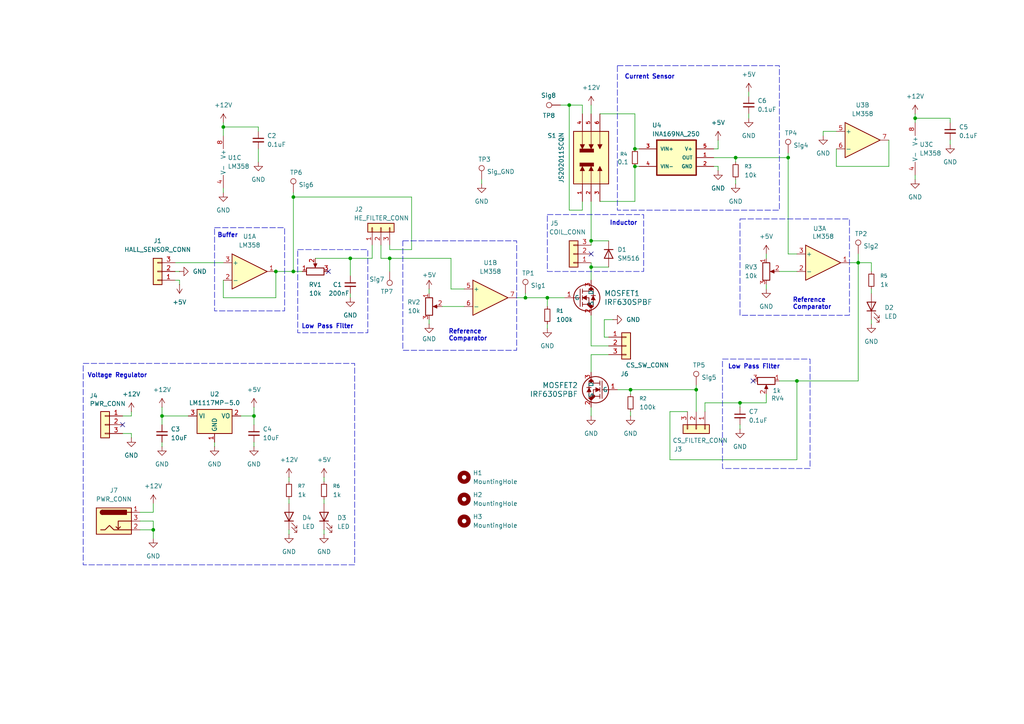
<source format=kicad_sch>
(kicad_sch (version 20250114) (generator "eeschema") (generator_version "9.0")
  (paper "A4")
  (title_block (title "Levitation Analog") (date "2025-10-02") (rev "1.0") (company "ENGREDU"))
  (rectangle (start 158.75 62.23) (end 186.69 78.74) (stroke (width 0) (type dash)))
  (rectangle (start 209.55 104.14) (end 234.95 135.89) (stroke (width 0) (type dash)))
  (rectangle (start 214.63 63.5) (end 246.38 91.44) (stroke (width 0) (type dash)))
  (rectangle (start 86.36 72.39) (end 106.68 96.52) (stroke (width 0) (type dash)))
  (rectangle (start 62.23 66.04) (end 82.55 90.17) (stroke (width 0) (type dash)))
  (rectangle (start 116.84 69.85) (end 149.86 101.6) (stroke (width 0) (type dash)))
  (rectangle (start 179.07 19.05) (end 226.06 60.96) (stroke (width 0) (type dash)))
  (rectangle (start 24.13 105.41) (end 102.87 163.83) (stroke (width 0) (type dash)))
  (text "Reference\nComparator" (at 130.048 97.282 0) (effects (font (size 1.27 1.27) (thickness 0.254) (bold yes)) (justify left)))
  (text "Reference\nComparator" (at 229.87 88.138 0) (effects (font (size 1.27 1.27) (thickness 0.254) (bold yes)) (justify left)))
  (text "Low Pass Filter" (at 218.694 106.426 0) (effects (font (size 1.27 1.27) (thickness 0.254) (bold yes))))
  (text "Current Sensor" (at 181.102 22.352 0) (effects (font (size 1.27 1.27) (thickness 0.254) (bold yes)) (justify left)))
  (text "Inductor" (at 176.784 64.77 0) (effects (font (size 1.27 1.27) (thickness 0.254) (bold yes)) (justify left)))
  (text "Buffer" (at 66.04 68.326 0) (effects (font (size 1.27 1.27) (thickness 0.254) (bold yes))))
  (text "Voltage Regulator" (at 34.036 108.966 0) (effects (font (size 1.27 1.27) (thickness 0.254) (bold yes))))
  (text "Low Pass Filter" (at 94.996 94.742 0) (effects (font (size 1.27 1.27) (thickness 0.254) (bold yes))))
  (junction (at 248.92 76.2))
  (junction (at 184.15 48.26))
  (junction (at 152.4 86.36))
  (junction (at 231.14 110.49))
  (junction (at 214.63 116.84))
  (junction (at 64.77 36.83))
  (junction (at 85.09 57.15))
  (junction (at 171.45 77.47))
  (junction (at 158.75 86.36))
  (junction (at 201.93 113.03))
  (junction (at 80.01 78.74))
  (junction (at 182.88 113.03))
  (junction (at 73.66 120.65))
  (junction (at 184.15 43.18))
  (junction (at 85.09 78.74))
  (junction (at 165.1 30.48))
  (junction (at 46.99 120.65))
  (junction (at 228.6 45.72))
  (junction (at 213.36 45.72))
  (junction (at 101.6 74.93))
  (junction (at 171.45 69.85))
  (junction (at 113.03 74.93))
  (junction (at 265.43 34.29))
  (junction (at 44.45 153.67))
  (no_connect (at 171.45 73.66))
  (no_connect (at 218.44 110.49))
  (no_connect (at 95.25 78.74))
  (no_connect (at 35.56 123.19))
  (wire (pts (xy 44.45 146.05) (xy 44.45 148.59)))
  (wire (pts (xy 91.44 74.93) (xy 101.6 74.93)))
  (wire (pts (xy 83.82 144.78) (xy 83.82 146.05)))
  (wire (pts (xy 175.26 92.71) (xy 175.26 97.79)))
  (wire (pts (xy 44.45 156.21) (xy 44.45 153.67)))
  (wire (pts (xy 242.57 48.26) (xy 257.81 48.26)))
  (wire (pts (xy 168.91 33.02) (xy 168.91 30.48)))
  (wire (pts (xy 171.45 77.47) (xy 171.45 81.28)))
  (wire (pts (xy 222.25 82.55) (xy 222.25 83.82)))
  (wire (pts (xy 113.03 71.12) (xy 113.03 72.39)))
  (wire (pts (xy 171.45 102.87) (xy 171.45 107.95)))
  (wire (pts (xy 83.82 138.43) (xy 83.82 139.7)))
  (wire (pts (xy 134.62 83.82) (xy 130.81 83.82)))
  (wire (pts (xy 252.73 78.74) (xy 252.73 76.2)))
  (wire (pts (xy 119.38 57.15) (xy 85.09 57.15)))
  (wire (pts (xy 171.45 100.33) (xy 176.53 100.33)))
  (wire (pts (xy 265.43 34.29) (xy 265.43 35.56)))
  (wire (pts (xy 40.64 151.13) (xy 44.45 151.13)))
  (wire (pts (xy 107.95 74.93) (xy 101.6 74.93)))
  (wire (pts (xy 113.03 74.93) (xy 113.03 78.74)))
  (wire (pts (xy 158.75 93.98) (xy 158.75 95.25)))
  (wire (pts (xy 182.88 114.3) (xy 182.88 113.03)))
  (wire (pts (xy 74.93 38.1) (xy 74.93 36.83)))
  (wire (pts (xy 74.93 43.18) (xy 74.93 46.99)))
  (wire (pts (xy 64.77 81.28) (xy 64.77 86.36)))
  (wire (pts (xy 50.8 76.2) (xy 64.77 76.2)))
  (wire (pts (xy 130.81 83.82) (xy 130.81 74.93)))
  (wire (pts (xy 201.93 119.38) (xy 201.93 113.03)))
  (wire (pts (xy 38.1 120.65) (xy 38.1 119.38)))
  (wire (pts (xy 163.83 86.36) (xy 158.75 86.36)))
  (wire (pts (xy 171.45 118.11) (xy 171.45 120.65)))
  (wire (pts (xy 184.15 58.42) (xy 184.15 48.26)))
  (wire (pts (xy 222.25 73.66) (xy 222.25 74.93)))
  (wire (pts (xy 179.07 113.03) (xy 182.88 113.03)))
  (wire (pts (xy 73.66 128.27) (xy 73.66 129.54)))
  (wire (pts (xy 201.93 111.76) (xy 201.93 113.03)))
  (wire (pts (xy 168.91 30.48) (xy 165.1 30.48)))
  (wire (pts (xy 85.09 55.88) (xy 85.09 57.15)))
  (wire (pts (xy 52.07 82.55) (xy 52.07 81.28)))
  (wire (pts (xy 228.6 45.72) (xy 228.6 73.66)))
  (wire (pts (xy 158.75 86.36) (xy 158.75 88.9)))
  (wire (pts (xy 74.93 36.83) (xy 64.77 36.83)))
  (wire (pts (xy 213.36 45.72) (xy 213.36 46.99)))
  (wire (pts (xy 217.17 33.02) (xy 217.17 34.29)))
  (wire (pts (xy 214.63 118.11) (xy 214.63 116.84)))
  (wire (pts (xy 252.73 92.71) (xy 252.73 93.98)))
  (wire (pts (xy 44.45 153.67) (xy 40.64 153.67)))
  (wire (pts (xy 52.07 81.28) (xy 50.8 81.28)))
  (wire (pts (xy 110.49 74.93) (xy 110.49 71.12)))
  (wire (pts (xy 208.28 48.26) (xy 207.01 48.26)))
  (wire (pts (xy 246.38 76.2) (xy 248.92 76.2)))
  (wire (pts (xy 38.1 127) (xy 38.1 125.73)))
  (wire (pts (xy 54.61 120.65) (xy 46.99 120.65)))
  (wire (pts (xy 257.81 48.26) (xy 257.81 40.64)))
  (wire (pts (xy 152.4 85.09) (xy 152.4 86.36)))
  (wire (pts (xy 64.77 35.56) (xy 64.77 36.83)))
  (wire (pts (xy 165.1 60.96) (xy 168.91 60.96)))
  (wire (pts (xy 177.8 92.71) (xy 175.26 92.71)))
  (wire (pts (xy 204.47 116.84) (xy 214.63 116.84)))
  (wire (pts (xy 184.15 48.26) (xy 185.42 48.26)))
  (wire (pts (xy 113.03 74.93) (xy 110.49 74.93)))
  (wire (pts (xy 83.82 153.67) (xy 83.82 154.94)))
  (wire (pts (xy 208.28 40.64) (xy 208.28 43.18)))
  (wire (pts (xy 124.46 92.71) (xy 124.46 93.98)))
  (wire (pts (xy 176.53 102.87) (xy 171.45 102.87)))
  (wire (pts (xy 64.77 36.83) (xy 64.77 39.37)))
  (wire (pts (xy 44.45 151.13) (xy 44.45 153.67)))
  (wire (pts (xy 50.8 78.74) (xy 52.07 78.74)))
  (wire (pts (xy 35.56 120.65) (xy 38.1 120.65)))
  (wire (pts (xy 113.03 72.39) (xy 119.38 72.39)))
  (wire (pts (xy 101.6 85.09) (xy 101.6 86.36)))
  (wire (pts (xy 46.99 128.27) (xy 46.99 129.54)))
  (wire (pts (xy 139.7 52.07) (xy 139.7 53.34)))
  (wire (pts (xy 231.14 133.35) (xy 231.14 110.49)))
  (wire (pts (xy 238.76 38.1) (xy 238.76 39.37)))
  (wire (pts (xy 226.06 110.49) (xy 231.14 110.49)))
  (wire (pts (xy 128.27 88.9) (xy 134.62 88.9)))
  (wire (pts (xy 38.1 125.73) (xy 35.56 125.73)))
  (wire (pts (xy 149.86 86.36) (xy 152.4 86.36)))
  (wire (pts (xy 275.59 35.56) (xy 275.59 34.29)))
  (wire (pts (xy 171.45 69.85) (xy 171.45 71.12)))
  (wire (pts (xy 44.45 148.59) (xy 40.64 148.59)))
  (wire (pts (xy 64.77 54.61) (xy 64.77 55.88)))
  (wire (pts (xy 62.23 128.27) (xy 62.23 129.54)))
  (wire (pts (xy 275.59 40.64) (xy 275.59 41.91)))
  (wire (pts (xy 171.45 58.42) (xy 171.45 69.85)))
  (wire (pts (xy 217.17 26.67) (xy 217.17 27.94)))
  (wire (pts (xy 130.81 74.93) (xy 113.03 74.93)))
  (wire (pts (xy 165.1 30.48) (xy 165.1 60.96)))
  (wire (pts (xy 265.43 33.02) (xy 265.43 34.29)))
  (wire (pts (xy 176.53 77.47) (xy 171.45 77.47)))
  (wire (pts (xy 242.57 43.18) (xy 242.57 48.26)))
  (wire (pts (xy 242.57 38.1) (xy 238.76 38.1)))
  (wire (pts (xy 214.63 123.19) (xy 214.63 124.46)))
  (wire (pts (xy 175.26 97.79) (xy 176.53 97.79)))
  (wire (pts (xy 73.66 123.19) (xy 73.66 120.65)))
  (wire (pts (xy 275.59 34.29) (xy 265.43 34.29)))
  (wire (pts (xy 208.28 43.18) (xy 207.01 43.18)))
  (wire (pts (xy 46.99 120.65) (xy 46.99 123.19)))
  (wire (pts (xy 208.28 49.53) (xy 208.28 48.26)))
  (wire (pts (xy 214.63 116.84) (xy 222.25 116.84)))
  (wire (pts (xy 265.43 50.8) (xy 265.43 52.07)))
  (wire (pts (xy 201.93 113.03) (xy 182.88 113.03)))
  (wire (pts (xy 184.15 33.02) (xy 184.15 43.18)))
  (wire (pts (xy 171.45 91.44) (xy 171.45 100.33)))
  (wire (pts (xy 93.98 138.43) (xy 93.98 139.7)))
  (wire (pts (xy 80.01 78.74) (xy 85.09 78.74)))
  (wire (pts (xy 107.95 71.12) (xy 107.95 74.93)))
  (wire (pts (xy 173.99 33.02) (xy 184.15 33.02)))
  (wire (pts (xy 207.01 45.72) (xy 213.36 45.72)))
  (wire (pts (xy 228.6 73.66) (xy 231.14 73.66)))
  (wire (pts (xy 226.06 78.74) (xy 231.14 78.74)))
  (wire (pts (xy 213.36 52.07) (xy 213.36 53.34)))
  (wire (pts (xy 248.92 110.49) (xy 248.92 76.2)))
  (wire (pts (xy 85.09 78.74) (xy 87.63 78.74)))
  (wire (pts (xy 248.92 73.66) (xy 248.92 76.2)))
  (wire (pts (xy 124.46 83.82) (xy 124.46 85.09)))
  (wire (pts (xy 119.38 72.39) (xy 119.38 57.15)))
  (wire (pts (xy 222.25 116.84) (xy 222.25 114.3)))
  (wire (pts (xy 171.45 76.2) (xy 171.45 77.47)))
  (wire (pts (xy 194.31 133.35) (xy 231.14 133.35)))
  (wire (pts (xy 80.01 86.36) (xy 80.01 78.74)))
  (wire (pts (xy 93.98 144.78) (xy 93.98 146.05)))
  (wire (pts (xy 171.45 30.48) (xy 171.45 33.02)))
  (wire (pts (xy 204.47 119.38) (xy 204.47 116.84)))
  (wire (pts (xy 93.98 153.67) (xy 93.98 154.94)))
  (wire (pts (xy 213.36 45.72) (xy 228.6 45.72)))
  (wire (pts (xy 199.39 119.38) (xy 194.31 119.38)))
  (wire (pts (xy 173.99 58.42) (xy 184.15 58.42)))
  (wire (pts (xy 69.85 120.65) (xy 73.66 120.65)))
  (wire (pts (xy 228.6 44.45) (xy 228.6 45.72)))
  (wire (pts (xy 64.77 86.36) (xy 80.01 86.36)))
  (wire (pts (xy 152.4 86.36) (xy 158.75 86.36)))
  (wire (pts (xy 231.14 110.49) (xy 248.92 110.49)))
  (wire (pts (xy 46.99 118.11) (xy 46.99 120.65)))
  (wire (pts (xy 168.91 60.96) (xy 168.91 58.42)))
  (wire (pts (xy 162.56 30.48) (xy 165.1 30.48)))
  (wire (pts (xy 85.09 57.15) (xy 85.09 78.74)))
  (wire (pts (xy 248.92 76.2) (xy 252.73 76.2)))
  (wire (pts (xy 252.73 83.82) (xy 252.73 85.09)))
  (wire (pts (xy 182.88 120.65) (xy 182.88 119.38)))
  (wire (pts (xy 101.6 74.93) (xy 101.6 80.01)))
  (wire (pts (xy 73.66 118.11) (xy 73.66 120.65)))
  (wire (pts (xy 176.53 69.85) (xy 171.45 69.85)))
  (wire (pts (xy 194.31 119.38) (xy 194.31 133.35)))
  (wire (pts (xy 184.15 43.18) (xy 185.42 43.18)))
  (symbol (lib_id "power:+5V") (at 52.07 82.55 180) (unit 1)
    (property "Reference" "#PWR02" (effects (hide yes)))
    (property "Value" "+5V" (at 52.07 87.63 0))
    (property "Description" "Power symbol creates a global label with name \"+5V\"" (effects (hide yes)))
  )
  (symbol (lib_id "power:+5V") (at 208.28 40.64 0) (unit 1)
    (property "Reference" "#PWR025" (effects (hide yes)))
    (property "Value" "+5V" (at 208.28 35.56 0))
    (property "Description" "Power symbol creates a global label with name \"+5V\"" (effects (hide yes)))
  )
  (symbol (lib_id "power:GND") (at 64.77 55.88 0) (unit 1)
    (property "Reference" "#PWR04" (effects (hide yes)))
    (property "Value" "GND" (at 64.77 60.96 0))
    (property "Description" "Power symbol creates a global label with name \"GND\" , ground" (effects (hide yes)))
  )
  (symbol (lib_id "Diode:SM516") (at 176.53 73.66 270) (unit 1)
    (property "Reference" "D1" (at 179.07 72.3899 90) (effects (justify left)))
    (property "Value" "SM516" (at 179.07 74.9299 90) (effects (justify left)))
    (property "Footprint" "Diode_SMD:D_MELF" (effects (hide yes)))
    (property "Datasheet" "http://cdn-reichelt.de/documents/datenblatt/A400/SMD1N400%23DIO.pdf" (effects (hide yes)))
    (property "Description" "1600V 1A General Purpose Rectifier Diode, MELF" (effects (hide yes)))
    (property "Sim.Device" "D" (effects (hide yes)))
    (property "Sim.Pins" "1=K 2=A" (effects (hide yes)))
    (property "Mouser" "https://www.mouser.com/ProductDetail/Diotec-Semiconductor/SM516?qs=OlC7AqGiEDktmlkAilN23g%3D%3D&srsltid=AfmBOoqFq8ylRWMeX4ZYWHL9pRfWgW220dlUYVmvKXLsbLZpExMv0cs9" (effects (hide yes)))
    (property "Mfr. #" "SM516" (effects (hide yes)))
    (property "Unit Price" "0.36" (effects (hide yes)))
  )
  (symbol (lib_id "Connector:TestPoint") (at 228.6 44.45 0) (unit 1)
    (property "Reference" "TP4" (at 227.584 38.608 0) (effects (justify left)))
    (property "Value" "Sig4" (at 230.124 42.164 0) (effects (justify left)))
    (property "Footprint" "TestPoint:TestPoint_Loop_D2.50mm_Drill1.0mm" (effects (hide yes)))
    (property "Description" "test point" (effects (hide yes)))
  )
  (symbol (lib_id "Connector_Generic:Conn_01x03") (at 181.61 100.33 0) (unit 1)
    (property "Reference" "J6" (at 182.372 108.458 0) (effects (justify right)))
    (property "Value" "CS_SW_CONN" (at 194.056 105.918 0) (effects (justify right)))
    (property "Footprint" "Connector_PinHeader_2.54mm:PinHeader_1x03_P2.54mm_Vertical" (effects (hide yes)))
    (property "Description" "Generic connector, single row, 01x03, script generated (kicad-library-utils/schlib/autogen/connector/)" (effects (hide yes)))
  )
  (symbol (lib_id "Device:R_Small") (at 93.98 142.24 0) (unit 1)
    (property "Reference" "R6" (at 96.52 140.9699 0) (effects (font (size 1.016 1.016)) (justify left)))
    (property "Value" "1k" (at 96.52 143.5099 0) (effects (justify left)))
    (property "Footprint" "Resistor_SMD:R_1206_3216Metric_Pad1.30x1.75mm_HandSolder" (effects (hide yes)))
    (property "Description" "Resistor, small symbol" (effects (hide yes)))
    (property "Mouser" "https://www.mouser.com/ProductDetail/KOA-Speer/RK73H2BLTD1001F?qs=8ZcjvhjSBwY53jBBq9bFBQ%3D%3D" (effects (hide yes)))
    (property "Mfr. #" "RK73H2BLTD1001F " (effects (hide yes)))
    (property "Unit Price" "0.15" (effects (hide yes)))
  )
  (symbol (lib_id "Connector_Generic:Conn_01x03") (at 201.93 124.46 270) (unit 1)
    (property "Reference" "J3" (at 197.866 130.302 90) (effects (justify right)))
    (property "Value" "CS_FILTER_CONN" (at 211.074 127.762 90) (effects (justify right)))
    (property "Footprint" "Connector_PinHeader_2.54mm:PinHeader_1x03_P2.54mm_Vertical" (effects (hide yes)))
    (property "Description" "Generic connector, single row, 01x03, script generated (kicad-library-utils/schlib/autogen/connector/)" (effects (hide yes)))
  )
  (symbol (lib_id "power:GND") (at 265.43 52.07 0) (unit 1)
    (property "Reference" "#PWR022" (effects (hide yes)))
    (property "Value" "GND" (at 265.43 57.15 0))
    (property "Description" "Power symbol creates a global label with name \"GND\" , ground" (effects (hide yes)))
  )
  (symbol (lib_id "Amplifier_Operational:LM358") (at 267.97 43.18 0) (unit 3)
    (property "Reference" "U3" (at 266.7 41.9099 0) (effects (justify left)))
    (property "Value" "LM358" (at 266.7 44.4499 0) (effects (justify left)))
    (property "Footprint" "Package_SO:SOP-8_3.76x4.96mm_P1.27mm" (effects (hide yes)))
    (property "Datasheet" "http://www.ti.com/lit/ds/symlink/lm2904-n.pdf" (effects (hide yes)))
    (property "Description" "Low-Power, Dual Operational Amplifiers, DIP-8/SOIC-8/TO-99-8" (effects (hide yes)))
    (property "Mouser" "https://www.mouser.com/ProductDetail/ROHM-Semiconductor/LM358F-GE2?qs=4v%252BiZTmLVHGkumLF8qeRww%3D%3D" (effects (hide yes)))
    (property "Mfr. #" "LM358F-GE2 " (effects (hide yes)))
    (property "Unit Price" "0.52" (effects (hide yes)))
  )
  (symbol (lib_id "Device:R_Small") (at 83.82 142.24 0) (unit 1)
    (property "Reference" "R7" (at 86.36 140.9699 0) (effects (font (size 1.016 1.016)) (justify left)))
    (property "Value" "1k" (at 86.36 143.5099 0) (effects (justify left)))
    (property "Footprint" "Resistor_SMD:R_1206_3216Metric_Pad1.30x1.75mm_HandSolder" (effects (hide yes)))
    (property "Description" "Resistor, small symbol" (effects (hide yes)))
    (property "Mouser" "https://www.mouser.com/ProductDetail/KOA-Speer/RK73H2BLTD1001F?qs=8ZcjvhjSBwY53jBBq9bFBQ%3D%3D" (effects (hide yes)))
    (property "Mfr. #" "RK73H2BLTD1001F " (effects (hide yes)))
    (property "Unit Price" "0.15" (effects (hide yes)))
  )
  (symbol (lib_id "power:GND") (at 252.73 93.98 0) (unit 1)
    (property "Reference" "#PWR029" (effects (hide yes)))
    (property "Value" "GND" (at 252.73 99.06 0))
    (property "Description" "Power symbol creates a global label with name \"GND\" , ground" (effects (hide yes)))
  )
  (symbol (lib_id "Device:R_Small") (at 213.36 49.53 0) (unit 1)
    (property "Reference" "R3" (at 215.9 48.2599 0) (effects (font (size 1.016 1.016)) (justify left)))
    (property "Value" "10k" (at 215.9 50.7999 0) (effects (justify left)))
    (property "Footprint" "Resistor_SMD:R_1206_3216Metric_Pad1.30x1.75mm_HandSolder" (effects (hide yes)))
    (property "Description" "Resistor, small symbol" (effects (hide yes)))
    (property "Mouser" "https://www.mouser.com/ProductDetail/ROHM-Semiconductor/SFR18EZPJ103?qs=Y0Uzf4wQF3kfcsPS1czjig%3D%3D" (effects (hide yes)))
    (property "Mfr. #" "SFR18EZPJ103 " (effects (hide yes)))
    (property "Unit Price" "0.19" (effects (hide yes)))
  )
  (symbol (lib_id "power:GND") (at 208.28 49.53 0) (unit 1)
    (property "Reference" "#PWR024" (effects (hide yes)))
    (property "Value" "GND" (at 208.28 54.61 0))
    (property "Description" "Power symbol creates a global label with name \"GND\" , ground" (effects (hide yes)))
  )
  (symbol (lib_id "power:+12V") (at 38.1 119.38 0) (unit 1)
    (property "Reference" "#PWR014" (effects (hide yes)))
    (property "Value" "+12V" (at 38.1 114.3 0))
    (property "Description" "Power symbol creates a global label with name \"+12V\"" (effects (hide yes)))
  )
  (symbol (lib_id "Device:LED") (at 93.98 149.86 90) (unit 1)
    (property "Reference" "D3" (at 97.79 150.1774 90) (effects (justify right)))
    (property "Value" "LED" (at 97.79 152.7174 90) (effects (justify right)))
    (property "Footprint" "LED_SMD:LED_1206_3216Metric" (effects (hide yes)))
    (property "Description" "Light emitting diode" (effects (hide yes)))
    (property "Sim.Pins" "1=K 2=A" (effects (hide yes)))
    (property "Mouser" "https://www.mouser.com/ProductDetail/Broadcom-Avago/HSMG-C150?qs=sGAEpiMZZMv0DJfhVcWlK1Ppw73HhFT6qzy7zjNpxjSa%252BSODGbmbUw%3D%3D" (effects (hide yes)))
    (property "Mfr. #" "HSMG-C150 " (effects (hide yes)))
    (property "Unit Price" "0.44" (effects (hide yes)))
  )
  (symbol (lib_id "Amplifier_Operational:LM358") (at 72.39 78.74 0) (unit 1)
    (property "Reference" "U1" (at 72.39 68.58 0))
    (property "Value" "LM358" (at 72.39 71.12 0))
    (property "Footprint" "Package_SO:SOP-8_3.76x4.96mm_P1.27mm" (effects (hide yes)))
    (property "Datasheet" "http://www.ti.com/lit/ds/symlink/lm2904-n.pdf" (effects (hide yes)))
    (property "Description" "Low-Power, Dual Operational Amplifiers, DIP-8/SOIC-8/TO-99-8" (effects (hide yes)))
    (property "Mouser" "https://www.mouser.com/ProductDetail/ROHM-Semiconductor/LM358F-GE2?qs=4v%252BiZTmLVHGkumLF8qeRww%3D%3D" (effects (hide yes)))
    (property "Mfr. #" "LM358F-GE2 " (effects (hide yes)))
    (property "Unit Price" "0.52" (effects (hide yes)))
  )
  (symbol (lib_id "power:GND") (at 73.66 129.54 0) (unit 1)
    (property "Reference" "#PWR09" (effects (hide yes)))
    (property "Value" "GND" (at 73.66 134.62 0))
    (property "Description" "Power symbol creates a global label with name \"GND\" , ground" (effects (hide yes)))
  )
  (symbol (lib_id "Connector:TestPoint") (at 113.03 78.74 180) (unit 1)
    (property "Reference" "TP7" (at 114.046 84.582 0) (effects (justify left)))
    (property "Value" "Sig7" (at 111.506 81.026 0) (effects (justify left)))
    (property "Footprint" "TestPoint:TestPoint_Loop_D2.50mm_Drill1.0mm" (effects (hide yes)))
    (property "Description" "test point" (effects (hide yes)))
  )
  (symbol (lib_id "Device:C_Small") (at 275.59 38.1 0) (unit 1)
    (property "Reference" "C5" (at 278.13 36.8362 0) (effects (justify left)))
    (property "Value" "0.1uF" (at 278.13 39.3762 0) (effects (justify left)))
    (property "Footprint" "Capacitor_SMD:C_1206_3216Metric_Pad1.33x1.80mm_HandSolder" (effects (hide yes)))
    (property "Description" "Unpolarized capacitor, small symbol" (effects (hide yes)))
    (property "Mouser" "https://www.mouser.com/ProductDetail/KYOCERA-AVX/KAM31NR72A104KU?qs=Jm2GQyTW%2Fbhkt9z61uRzlA%3D%3D" (effects (hide yes)))
    (property "Mfr. #" "KAM31NR72A104KU" (effects (hide yes)))
    (property "Unit Price" "0.31" (effects (hide yes)))
  )
  (symbol (lib_id "Connector_Generic:Conn_01x03") (at 166.37 73.66 180) (unit 1)
    (property "Reference" "J5" (at 160.782 64.77 0))
    (property "Value" "COIL_CONN" (at 164.592 67.31 0))
    (property "Footprint" "Connector_JST:JST_XA_B03B-XASK-1_1x03_P2.50mm_Vertical" (effects (hide yes)))
    (property "Description" "Generic connector, single row, 01x03, script generated (kicad-library-utils/schlib/autogen/connector/)" (effects (hide yes)))
  )
  (symbol (lib_id "power:GND") (at 101.6 86.36 0) (unit 1)
    (property "Reference" "#PWR03" (effects (hide yes)))
    (property "Value" "GND" (at 101.6 91.44 0))
    (property "Description" "Power symbol creates a global label with name \"GND\" , ground" (effects (hide yes)))
  )
  (symbol (lib_id "power:GND") (at 214.63 124.46 0) (unit 1)
    (property "Reference" "#PWR031" (effects (hide yes)))
    (property "Value" "GND" (at 214.63 129.54 0))
    (property "Description" "Power symbol creates a global label with name \"GND\" , ground" (effects (hide yes)))
  )
  (symbol (lib_id "Connector:TestPoint") (at 152.4 85.09 0) (unit 1)
    (property "Reference" "TP1" (at 151.384 79.248 0) (effects (justify left)))
    (property "Value" "Sig1" (at 153.924 82.804 0) (effects (justify left)))
    (property "Footprint" "TestPoint:TestPoint_Loop_D2.50mm_Drill1.0mm" (effects (hide yes)))
    (property "Description" "test point" (effects (hide yes)))
  )
  (symbol (lib_id "power:GND") (at 38.1 127 0) (unit 1)
    (property "Reference" "#PWR015" (effects (hide yes)))
    (property "Value" "GND" (at 38.1 132.08 0))
    (property "Description" "Power symbol creates a global label with name \"GND\" , ground" (effects (hide yes)))
  )
  (symbol (lib_id "power:GND") (at 238.76 39.37 0) (unit 1)
    (property "Reference" "#PWR033" (effects (hide yes)))
    (property "Value" "GND" (at 238.76 44.45 0))
    (property "Description" "Power symbol creates a global label with name \"GND\" , ground" (effects (hide yes)))
  )
  (symbol (lib_id "power:GND") (at 93.98 154.94 0) (unit 1)
    (property "Reference" "#PWR036" (effects (hide yes)))
    (property "Value" "GND" (at 93.98 160.02 0))
    (property "Description" "Power symbol creates a global label with name \"GND\" , ground" (effects (hide yes)))
  )
  (symbol (lib_id "power:+12V") (at 46.99 118.11 0) (unit 1)
    (property "Reference" "#PWR013" (effects (hide yes)))
    (property "Value" "+12V" (at 46.99 113.03 0))
    (property "Description" "Power symbol creates a global label with name \"+12V\"" (effects (hide yes)))
  )
  (symbol (lib_id "Device:LED") (at 252.73 88.9 90) (unit 1)
    (property "Reference" "D2" (at 256.54 89.2174 90) (effects (justify right)))
    (property "Value" "LED" (at 256.54 91.7574 90) (effects (justify right)))
    (property "Footprint" "LED_SMD:LED_1206_3216Metric" (effects (hide yes)))
    (property "Description" "Light emitting diode" (effects (hide yes)))
    (property "Sim.Pins" "1=K 2=A" (effects (hide yes)))
    (property "Mouser" "https://www.mouser.com/ProductDetail/Broadcom-Avago/HSMG-C150?qs=sGAEpiMZZMv0DJfhVcWlK1Ppw73HhFT6qzy7zjNpxjSa%252BSODGbmbUw%3D%3D" (effects (hide yes)))
    (property "Mfr. #" "HSMG-C150 " (effects (hide yes)))
    (property "Unit Price" "0.44" (effects (hide yes)))
  )
  (symbol (lib_id "power:+5V") (at 222.25 73.66 0) (unit 1)
    (property "Reference" "#PWR020" (effects (hide yes)))
    (property "Value" "+5V" (at 222.25 68.58 0))
    (property "Description" "Power symbol creates a global label with name \"+5V\"" (effects (hide yes)))
  )
  (symbol (lib_id "JS202011SCQN:JS202011SCQN") (at 171.45 45.72 90) (unit 1)
    (property "Reference" "S1" (at 158.75 39.37 90) (effects (justify right)))
    (property "Value" "JS202011SCQN" (at 162.814 38.354 0) (effects (justify right)))
    (property "Footprint" "JS202011SCQN_Button:SW_JS202011SCQN" (effects (hide yes)))
    (property "MF" "C&K" (effects (hide yes)))
    (property "MAXIMUM_PACKAGE_HEIGHT" "5.5 mm" (effects (hide yes)))
    (property "Package" "None" (effects (hide yes)))
    (property "Price" "None" (effects (hide yes)))
    (property "Check_prices" "https://www.snapeda.com/parts/JS202011SCQN/C%2526K/view-part/?ref=eda" (effects (hide yes)))
    (property "STANDARD" "Manufacturer Recommendations" (effects (hide yes)))
    (property "PARTREV" "26 May 22" (effects (hide yes)))
    (property "SnapEDA_Link" "https://www.snapeda.com/parts/JS202011SCQN/C%2526K/view-part/?ref=snap" (effects (hide yes)))
    (property "MP" "JS202011SCQN" (effects (hide yes)))
    (property "Description_1" "Slide Switch DPDT Surface Mount" (effects (hide yes)))
    (property "MANUFACTURER" "C&K" (effects (hide yes)))
    (property "Availability" "In Stock" (effects (hide yes)))
    (property "SNAPEDA_PN" "JS202011SCQN" (effects (hide yes)))
    (property "Mouser" "https://www.mouser.com/ProductDetail/CK/JS202011SCQN?qs=LgMIjt8LuD95JYWxZ7NvZA%3D%3D&utm_id=22850093888&utm_source=google&utm_medium=cpc&utm_marketing_tactic=amercorp&gad_source=1&gad_campaignid=22844224443&gbraid=0AAAAADn_wf0Lfgn00ZM3aAIBQzC8t-ob7&gclid=CjwKCAjwxfjGBhAUEiwAKWPwDpqgQOT-Z8hDRaiP7skcWZmkwXa8dMnRo6f21E-qUI370_gkQjs6ChoCTa8QAvD_BwE" (effects (hide yes)))
    (property "Mfr. #" "JS202011SCQN " (effects (hide yes)))
    (property "Unit Price" "0.77" (effects (hide yes)))
  )
  (symbol (lib_id "Device:C_Small") (at 101.6 82.55 0) (unit 1)
    (property "Reference" "C1" (at 96.52 82.55 0) (effects (justify left)))
    (property "Value" "200nF" (at 95.25 85.09 0) (effects (justify left)))
    (property "Footprint" "Capacitor_SMD:C_1206_3216Metric_Pad1.33x1.80mm_HandSolder" (effects (hide yes)))
    (property "Description" "Unpolarized capacitor, small symbol" (effects (hide yes)))
    (property "Mouser" "https://www.mouser.com/ProductDetail/KYOCERA-AVX/12065C204KAT4A?qs=92ej8Jla8sxbAFlPzYsMxw%3D%3D" (effects (hide yes)))
    (property "Mfr. #" "12065C204KAT4A " (effects (hide yes)))
    (property "Unit Price" "0.38" (effects (hide yes)))
  )
  (symbol (lib_id "Device:C_Small") (at 217.17 30.48 0) (unit 1)
    (property "Reference" "C6" (at 219.71 29.2162 0) (effects (justify left)))
    (property "Value" "0.1uF" (at 219.71 31.7562 0) (effects (justify left)))
    (property "Footprint" "Capacitor_SMD:C_1206_3216Metric_Pad1.33x1.80mm_HandSolder" (effects (hide yes)))
    (property "Description" "Unpolarized capacitor, small symbol" (effects (hide yes)))
    (property "Mouser" "https://www.mouser.com/ProductDetail/KYOCERA-AVX/KAM31NR72A104KU?qs=Jm2GQyTW%2Fbhkt9z61uRzlA%3D%3D" (effects (hide yes)))
    (property "Mfr. #" "KAM31NR72A104KU" (effects (hide yes)))
    (property "Unit Price" "0.31" (effects (hide yes)))
  )
  (symbol (lib_id "IRF630:IRF630SPBF") (at 163.83 86.36 0) (unit 1)
    (property "Reference" "MOSFET1" (at 175.26 85.0899 0) (effects (font (size 1.524 1.524)) (justify left)))
    (property "Value" "IRF630SPBF" (at 175.26 87.6299 0) (effects (font (size 1.524 1.524)) (justify left)))
    (property "Footprint" "IRF630:TO-263AB_HIGHVOLTAGE-M" (effects (hide yes)))
    (property "Datasheet" "https://www.vishay.com/doc?91032" (effects (hide yes)))
    (property "Mouser" "https://www.mouser.com/ProductDetail/Vishay-Semiconductors/IRF630SPBF?qs=I1ZA2VTqfvQvK7oorkkRnQ%3D%3D" (effects (hide yes)))
    (property "Mfr. #" "IRF630SPBF" (effects (hide yes)))
    (property "Unit Price" "1.12" (effects (hide yes)))
  )
  (symbol (lib_id "Regulator_Linear:LM1117MP-5.0") (at 62.23 120.65 0) (unit 1)
    (property "Reference" "U2" (at 62.23 114.3 0))
    (property "Value" "LM1117MP-5.0" (at 62.23 116.84 0))
    (property "Footprint" "Package_TO_SOT_SMD:SOT-223-3_TabPin2" (effects (hide yes)))
    (property "Datasheet" "http://www.ti.com/lit/ds/symlink/lm1117.pdf" (effects (hide yes)))
    (property "Description" "800mA Low-Dropout Linear Regulator, 5.0V fixed output, SOT-223" (effects (hide yes)))
    (property "Mouser" "https://www.mouser.com/ProductDetail/onsemi/LM1117MPX-50NOPB?qs=DPoM0jnrROW5saxbk%2FgBxA%3D%3D" (effects (hide yes)))
    (property "Mfr. #" "LM1117MPX-50NOPB " (effects (hide yes)))
    (property "Unit Price" "0.53" (effects (hide yes)))
  )
  (symbol (lib_id "Connector:TestPoint") (at 162.56 30.48 90) (unit 1)
    (property "Reference" "TP8" (at 161.036 33.528 90) (effects (justify left)))
    (property "Value" "Sig8" (at 161.29 27.686 90) (effects (justify left)))
    (property "Footprint" "TestPoint:TestPoint_Loop_D2.50mm_Drill1.0mm" (effects (hide yes)))
    (property "Description" "test point" (effects (hide yes)))
  )
  (symbol (lib_id "Device:R_Potentiometer") (at 124.46 88.9 0) (unit 1)
    (property "Reference" "RV2" (at 121.92 87.6299 0) (effects (justify right)))
    (property "Value" "10k" (at 121.92 90.1699 0) (effects (justify right)))
    (property "Footprint" "Potentiometer_THT:Potentiometer_Alps_RK09K_Single_Vertical" (effects (hide yes)))
    (property "Description" "Potentiometer" (effects (hide yes)))
  )
  (symbol (lib_id "Device:R_Small") (at 252.73 81.28 0) (unit 1)
    (property "Reference" "R5" (at 255.27 80.0099 0) (effects (font (size 1.016 1.016)) (justify left)))
    (property "Value" "1k" (at 255.27 82.5499 0) (effects (justify left)))
    (property "Footprint" "Resistor_SMD:R_1206_3216Metric_Pad1.30x1.75mm_HandSolder" (effects (hide yes)))
    (property "Description" "Resistor, small symbol" (effects (hide yes)))
    (property "Mouser" "https://www.mouser.com/ProductDetail/KOA-Speer/RK73H2BLTD1001F?qs=8ZcjvhjSBwY53jBBq9bFBQ%3D%3D" (effects (hide yes)))
    (property "Mfr. #" "RK73H2BLTD1001F " (effects (hide yes)))
    (property "Unit Price" "0.15" (effects (hide yes)))
  )
  (symbol (lib_id "power:+12V") (at 44.45 146.05 0) (unit 1)
    (property "Reference" "#PWR034" (effects (hide yes)))
    (property "Value" "+12V" (at 44.45 140.97 0))
    (property "Description" "Power symbol creates a global label with name \"+12V\"" (effects (hide yes)))
  )
  (symbol (lib_id "power:+12V") (at 64.77 35.56 0) (unit 1)
    (property "Reference" "#PWR05" (effects (hide yes)))
    (property "Value" "+12V" (at 64.77 30.48 0))
    (property "Description" "Power symbol creates a global label with name \"+12V\"" (effects (hide yes)))
  )
  (symbol (lib_id "power:+12V") (at 83.82 138.43 0) (unit 1)
    (property "Reference" "#PWR038" (effects (hide yes)))
    (property "Value" "+12V" (at 83.82 133.35 0))
    (property "Description" "Power symbol creates a global label with name \"+12V\"" (effects (hide yes)))
  )
  (symbol (lib_id "Mechanical:MountingHole") (at 134.62 151.13 0) (unit 1) (in_bom no)
    (property "Reference" "H3" (at 137.16 149.8599 0) (effects (justify left)))
    (property "Value" "MountingHole" (at 137.16 152.3999 0) (effects (justify left)))
    (property "Footprint" "MountingHole:MountingHole_3.2mm_M3_Pad" (effects (hide yes)))
    (property "Description" "Mounting Hole without connection" (effects (hide yes)))
  )
  (symbol (lib_id "Amplifier_Operational:LM358") (at 238.76 76.2 0) (unit 1)
    (property "Reference" "U3" (at 237.744 66.294 0))
    (property "Value" "LM358" (at 238.76 68.58 0))
    (property "Footprint" "Package_SO:SOP-8_3.76x4.96mm_P1.27mm" (effects (hide yes)))
    (property "Datasheet" "http://www.ti.com/lit/ds/symlink/lm2904-n.pdf" (effects (hide yes)))
    (property "Description" "Low-Power, Dual Operational Amplifiers, DIP-8/SOIC-8/TO-99-8" (effects (hide yes)))
    (property "Mouser" "https://www.mouser.com/ProductDetail/ROHM-Semiconductor/LM358F-GE2?qs=4v%252BiZTmLVHGkumLF8qeRww%3D%3D" (effects (hide yes)))
    (property "Mfr. #" "LM358F-GE2 " (effects (hide yes)))
    (property "Unit Price" "0.52" (effects (hide yes)))
  )
  (symbol (lib_id "Connector:TestPoint") (at 201.93 111.76 0) (unit 1)
    (property "Reference" "TP5" (at 200.914 105.918 0) (effects (justify left)))
    (property "Value" "Sig5" (at 203.454 109.474 0) (effects (justify left)))
    (property "Footprint" "TestPoint:TestPoint_Loop_D2.50mm_Drill1.0mm" (effects (hide yes)))
    (property "Description" "test point" (effects (hide yes)))
  )
  (symbol (lib_id "Device:C_Small") (at 73.66 125.73 0) (unit 1)
    (property "Reference" "C4" (at 76.2 124.4662 0) (effects (justify left)))
    (property "Value" "10uF" (at 76.2 127.0062 0) (effects (justify left)))
    (property "Footprint" "Capacitor_SMD:C_1206_3216Metric_Pad1.33x1.80mm_HandSolder" (effects (hide yes)))
    (property "Description" "Unpolarized capacitor, small symbol" (effects (hide yes)))
    (property "Mouser" "https://www.mouser.com/ProductDetail/Murata-Electronics/GXT31CR6YA106KE01L?qs=d0WKAl%252BL4KaamkgCjfk%252BZw%3D%3D" (effects (hide yes)))
    (property "Mfr. #" "GXT31CR6YA106KE01L" (effects (hide yes)))
    (property "Unit Price" "0.39" (effects (hide yes)))
  )
  (symbol (lib_id "Connector_Generic:Conn_01x03") (at 45.72 78.74 180) (unit 1)
    (property "Reference" "J1" (at 45.72 69.85 0))
    (property "Value" "HALL_SENSOR_CONN" (at 45.72 72.39 0))
    (property "Footprint" "Connector_JST:JST_XA_B03B-XASK-1_1x03_P2.50mm_Vertical" (effects (hide yes)))
    (property "Description" "Generic connector, single row, 01x03, script generated (kicad-library-utils/schlib/autogen/connector/)" (effects (hide yes)))
  )
  (symbol (lib_id "power:+5V") (at 124.46 83.82 0) (unit 1)
    (property "Reference" "#PWR08" (effects (hide yes)))
    (property "Value" "+5V" (at 124.46 79.756 0))
    (property "Description" "Power symbol creates a global label with name \"+5V\"" (effects (hide yes)))
  )
  (symbol (lib_id "power:GND") (at 222.25 83.82 0) (unit 1)
    (property "Reference" "#PWR019" (effects (hide yes)))
    (property "Value" "GND" (at 222.25 88.9 0))
    (property "Description" "Power symbol creates a global label with name \"GND\" , ground" (effects (hide yes)))
  )
  (symbol (lib_id "Connector_Generic:Conn_01x03") (at 110.49 66.04 90) (unit 1)
    (property "Reference" "J2" (at 102.87 60.706 90) (effects (justify right)))
    (property "Value" "HE_FILTER_CONN" (at 102.616 63.246 90) (effects (justify right)))
    (property "Footprint" "Connector_PinHeader_2.54mm:PinHeader_1x03_P2.54mm_Vertical" (effects (hide yes)))
    (property "Description" "Generic connector, single row, 01x03, script generated (kicad-library-utils/schlib/autogen/connector/)" (effects (hide yes)))
  )
  (symbol (lib_id "power:GND") (at 74.93 46.99 0) (unit 1)
    (property "Reference" "#PWR06" (effects (hide yes)))
    (property "Value" "GND" (at 74.93 52.07 0))
    (property "Description" "Power symbol creates a global label with name \"GND\" , ground" (effects (hide yes)))
  )
  (symbol (lib_id "Amplifier_Operational:LM358") (at 250.19 40.64 0) (unit 2)
    (property "Reference" "U3" (at 250.19 30.48 0))
    (property "Value" "LM358" (at 250.19 33.02 0))
    (property "Footprint" "Package_SO:SOP-8_3.76x4.96mm_P1.27mm" (effects (hide yes)))
    (property "Datasheet" "http://www.ti.com/lit/ds/symlink/lm2904-n.pdf" (effects (hide yes)))
    (property "Description" "Low-Power, Dual Operational Amplifiers, DIP-8/SOIC-8/TO-99-8" (effects (hide yes)))
    (property "Mouser" "https://www.mouser.com/ProductDetail/ROHM-Semiconductor/LM358F-GE2?qs=4v%252BiZTmLVHGkumLF8qeRww%3D%3D" (effects (hide yes)))
    (property "Mfr. #" "LM358F-GE2 " (effects (hide yes)))
    (property "Unit Price" "0.52" (effects (hide yes)))
  )
  (symbol (lib_id "power:+12V") (at 265.43 33.02 0) (unit 1)
    (property "Reference" "#PWR021" (effects (hide yes)))
    (property "Value" "+12V" (at 265.43 27.94 0))
    (property "Description" "Power symbol creates a global label with name \"+12V\"" (effects (hide yes)))
  )
  (symbol (lib_id "Connector:TestPoint") (at 139.7 52.07 0) (unit 1)
    (property "Reference" "TP3" (at 138.684 46.228 0) (effects (justify left)))
    (property "Value" "Sig_GND" (at 141.224 49.784 0) (effects (justify left)))
    (property "Footprint" "TestPoint:TestPoint_Loop_D2.50mm_Drill1.0mm" (effects (hide yes)))
    (property "Description" "test point" (effects (hide yes)))
  )
  (symbol (lib_id "power:GND") (at 139.7 53.34 0) (unit 1)
    (property "Reference" "#PWR040" (effects (hide yes)))
    (property "Value" "GND" (at 139.7 58.42 0))
    (property "Description" "Power symbol creates a global label with name \"GND\" , ground" (effects (hide yes)))
  )
  (symbol (lib_id "Amplifier_Operational:LM358") (at 67.31 46.99 0) (unit 3)
    (property "Reference" "U1" (at 66.04 45.7199 0) (effects (justify left)))
    (property "Value" "LM358" (at 66.04 48.2599 0) (effects (justify left)))
    (property "Footprint" "Package_SO:SOP-8_3.76x4.96mm_P1.27mm" (effects (hide yes)))
    (property "Datasheet" "http://www.ti.com/lit/ds/symlink/lm2904-n.pdf" (effects (hide yes)))
    (property "Description" "Low-Power, Dual Operational Amplifiers, DIP-8/SOIC-8/TO-99-8" (effects (hide yes)))
    (property "Mouser" "https://www.mouser.com/ProductDetail/ROHM-Semiconductor/LM358F-GE2?qs=4v%252BiZTmLVHGkumLF8qeRww%3D%3D" (effects (hide yes)))
    (property "Mfr. #" "LM358F-GE2 " (effects (hide yes)))
    (property "Unit Price" "0.52" (effects (hide yes)))
  )
  (symbol (lib_id "power:GND") (at 44.45 156.21 0) (unit 1)
    (property "Reference" "#PWR035" (effects (hide yes)))
    (property "Value" "GND" (at 44.45 161.29 0))
    (property "Description" "Power symbol creates a global label with name \"GND\" , ground" (effects (hide yes)))
  )
  (symbol (lib_id "power:+5V") (at 93.98 138.43 0) (unit 1)
    (property "Reference" "#PWR037" (effects (hide yes)))
    (property "Value" "+5V" (at 93.98 133.35 0))
    (property "Description" "Power symbol creates a global label with name \"+5V\"" (effects (hide yes)))
  )
  (symbol (lib_id "power:+12V") (at 171.45 30.48 0) (unit 1)
    (property "Reference" "#PWR030" (effects (hide yes)))
    (property "Value" "+12V" (at 171.45 25.4 0))
    (property "Description" "Power symbol creates a global label with name \"+12V\"" (effects (hide yes)))
  )
  (symbol (lib_id "power:GND") (at 83.82 154.94 0) (unit 1)
    (property "Reference" "#PWR039" (effects (hide yes)))
    (property "Value" "GND" (at 83.82 160.02 0))
    (property "Description" "Power symbol creates a global label with name \"GND\" , ground" (effects (hide yes)))
  )
  (symbol (lib_id "power:GND") (at 62.23 129.54 0) (unit 1)
    (property "Reference" "#PWR010" (effects (hide yes)))
    (property "Value" "GND" (at 62.23 134.62 0))
    (property "Description" "Power symbol creates a global label with name \"GND\" , ground" (effects (hide yes)))
  )
  (symbol (lib_id "Device:LED") (at 83.82 149.86 90) (unit 1)
    (property "Reference" "D4" (at 87.63 150.1774 90) (effects (justify right)))
    (property "Value" "LED" (at 87.63 152.7174 90) (effects (justify right)))
    (property "Footprint" "LED_SMD:LED_1206_3216Metric" (effects (hide yes)))
    (property "Description" "Light emitting diode" (effects (hide yes)))
    (property "Sim.Pins" "1=K 2=A" (effects (hide yes)))
    (property "Mouser" "https://www.mouser.com/ProductDetail/Broadcom-Avago/HSMG-C150?qs=sGAEpiMZZMv0DJfhVcWlK1Ppw73HhFT6qzy7zjNpxjSa%252BSODGbmbUw%3D%3D" (effects (hide yes)))
    (property "Mfr. #" "HSMG-C150 " (effects (hide yes)))
    (property "Unit Price" "0.44" (effects (hide yes)))
  )
  (symbol (lib_id "Device:R_Small") (at 184.15 45.72 180) (unit 1)
    (property "Reference" "R4" (at 179.832 44.704 0) (effects (font (size 1.016 1.016)) (justify right)))
    (property "Value" "0.1" (at 179.07 46.99 0) (effects (justify right)))
    (property "Footprint" "Resistor_SMD:R_1206_3216Metric_Pad1.30x1.75mm_HandSolder" (effects (hide yes)))
    (property "Description" "Resistor, small symbol" (effects (hide yes)))
    (property "Mouser" "https://www.mouser.com/ProductDetail/TE-Connectivity-CGS/TLMQ2BDR10FTD?qs=jcD%2FCkGBYeNcaeFU0xtwug%3D%3D" (effects (hide yes)))
    (property "Mfr. #" "TLMQ2BDR10FTD " (effects (hide yes)))
    (property "Unit Price" "0.66" (effects (hide yes)))
  )
  (symbol (lib_id "Device:R_Potentiometer") (at 222.25 78.74 0) (unit 1)
    (property "Reference" "RV3" (at 219.71 77.4699 0) (effects (justify right)))
    (property "Value" "10k" (at 219.71 80.0099 0) (effects (justify right)))
    (property "Footprint" "Potentiometer_THT:Potentiometer_Alps_RK09K_Single_Vertical" (effects (hide yes)))
    (property "Description" "Potentiometer" (effects (hide yes)))
  )
  (symbol (lib_id "Device:R_Small") (at 158.75 91.44 0) (unit 1)
    (property "Reference" "R1" (at 161.29 90.1699 0) (effects (font (size 1.016 1.016)) (justify left)))
    (property "Value" "100k" (at 161.29 92.7099 0) (effects (justify left)))
    (property "Footprint" "Resistor_SMD:R_1206_3216Metric_Pad1.30x1.75mm_HandSolder" (effects (hide yes)))
    (property "Description" "Resistor, small symbol" (effects (hide yes)))
    (property "Mouser" "https://www.mouser.com/ProductDetail/SEI-Stackpole/RVCU1206FT100K?qs=bN4HulGPsrEoPQSrkIuJXg%3D%3D" (effects (hide yes)))
    (property "Mfr. #" "RVCU1206FT100K " (effects (hide yes)))
    (property "Unit Price" "0.19" (effects (hide yes)))
  )
  (symbol (lib_id "power:GND") (at 171.45 120.65 0) (unit 1)
    (property "Reference" "#PWR017" (effects (hide yes)))
    (property "Value" "GND" (at 171.45 125.73 0))
    (property "Description" "Power symbol creates a global label with name \"GND\" , ground" (effects (hide yes)))
  )
  (symbol (lib_id "power:GND") (at 52.07 78.74 90) (unit 1)
    (property "Reference" "#PWR01" (effects (hide yes)))
    (property "Value" "GND" (at 55.88 78.7399 90) (effects (justify right)))
    (property "Description" "Power symbol creates a global label with name \"GND\" , ground" (effects (hide yes)))
  )
  (symbol (lib_id "power:GND") (at 182.88 120.65 0) (unit 1)
    (property "Reference" "#PWR018" (effects (hide yes)))
    (property "Value" "GND" (at 182.88 125.73 0))
    (property "Description" "Power symbol creates a global label with name \"GND\" , ground" (effects (hide yes)))
  )
  (symbol (lib_id "Device:R_Small") (at 182.88 116.84 0) (unit 1)
    (property "Reference" "R2" (at 185.42 115.5699 0) (effects (font (size 1.016 1.016)) (justify left)))
    (property "Value" "100k" (at 185.42 118.1099 0) (effects (justify left)))
    (property "Footprint" "Resistor_SMD:R_1206_3216Metric_Pad1.30x1.75mm_HandSolder" (effects (hide yes)))
    (property "Description" "Resistor, small symbol" (effects (hide yes)))
    (property "Mouser" "https://www.mouser.com/ProductDetail/SEI-Stackpole/RVCU1206FT100K?qs=bN4HulGPsrEoPQSrkIuJXg%3D%3D" (effects (hide yes)))
    (property "Mfr. #" "RVCU1206FT100K " (effects (hide yes)))
    (property "Unit Price" "0.19" (effects (hide yes)))
  )
  (symbol (lib_id "INA169NA_250:INA169NA_250") (at 189.23 50.8 0) (unit 1)
    (property "Reference" "U4" (at 190.5 36.322 0))
    (property "Value" "INA169NA_250" (at 196.088 38.862 0))
    (property "Footprint" "INA169NA_250:SOT95P280X145-5N" (effects (hide yes)))
    (property "MF" "Texas Instruments" (effects (hide yes)))
    (property "Description_1" "2.7 to 60V, 440kHz Variable gain current sense amplifier" (effects (hide yes)))
    (property "Package" "SOT-23-5 Texas Instruments" (effects (hide yes)))
    (property "Price" "None" (effects (hide yes)))
    (property "SnapEDA_Link" "https://www.snapeda.com/parts/INA169NA/250/Texas+Instruments/view-part/?ref=snap" (effects (hide yes)))
    (property "MP" "INA169NA/250" (effects (hide yes)))
    (property "Availability" "In Stock" (effects (hide yes)))
    (property "Check_prices" "https://www.snapeda.com/parts/INA169NA/250/Texas+Instruments/view-part/?ref=eda" (effects (hide yes)))
    (property "Mouser" "https://www.mouser.com/ProductDetail/Texas-Instruments/INA169NA-3K?qs=VBduBm9rCJSzlKb1oQiVjA%3D%3D" (effects (hide yes)))
    (property "Mfr. #" "INA169NA/3K " (effects (hide yes)))
    (property "Unit Price" "2.32" (effects (hide yes)))
  )
  (symbol (lib_id "Device:R_Potentiometer") (at 222.25 110.49 270) (unit 1)
    (property "Reference" "RV4" (at 225.552 115.57 90))
    (property "Value" "1k" (at 225.298 113.284 90))
    (property "Footprint" "Potentiometer_THT:Potentiometer_Alps_RK09K_Single_Vertical" (effects (hide yes)))
    (property "Description" "Potentiometer" (effects (hide yes)))
  )
  (symbol (lib_id "Connector_Generic:Conn_01x03") (at 30.48 123.19 0) (mirror y) (unit 1)
    (property "Reference" "J4" (at 27.178 114.808 0))
    (property "Value" "PWR_CONN" (at 31.242 117.094 0))
    (property "Footprint" "Connector_JST:JST_XA_B03B-XASK-1_1x03_P2.50mm_Vertical" (effects (hide yes)))
    (property "Description" "Generic connector, single row, 01x03, script generated (kicad-library-utils/schlib/autogen/connector/)" (effects (hide yes)))
  )
  (symbol (lib_id "power:GND") (at 275.59 41.91 0) (unit 1)
    (property "Reference" "#PWR023" (effects (hide yes)))
    (property "Value" "GND" (at 275.59 46.99 0))
    (property "Description" "Power symbol creates a global label with name \"GND\" , ground" (effects (hide yes)))
  )
  (symbol (lib_id "Device:C_Small") (at 46.99 125.73 0) (unit 1)
    (property "Reference" "C3" (at 49.53 124.4662 0) (effects (justify left)))
    (property "Value" "10uF" (at 49.53 127.0062 0) (effects (justify left)))
    (property "Footprint" "Capacitor_SMD:C_1206_3216Metric_Pad1.33x1.80mm_HandSolder" (effects (hide yes)))
    (property "Description" "Unpolarized capacitor, small symbol" (effects (hide yes)))
    (property "Mouser" "https://www.mouser.com/ProductDetail/Murata-Electronics/GXT31CR6YA106KE01L?qs=d0WKAl%252BL4KaamkgCjfk%252BZw%3D%3D" (effects (hide yes)))
    (property "Mfr. #" "GXT31CR6YA106KE01L" (effects (hide yes)))
    (property "Unit Price" "0.39" (effects (hide yes)))
  )
  (symbol (lib_id "power:GND") (at 124.46 93.98 0) (unit 1)
    (property "Reference" "#PWR07" (effects (hide yes)))
    (property "Value" "GND" (at 124.46 98.298 0))
    (property "Description" "Power symbol creates a global label with name \"GND\" , ground" (effects (hide yes)))
  )
  (symbol (lib_id "Connector:TestPoint") (at 248.92 73.66 0) (unit 1)
    (property "Reference" "TP2" (at 247.904 67.818 0) (effects (justify left)))
    (property "Value" "Sig2" (at 250.444 71.374 0) (effects (justify left)))
    (property "Footprint" "TestPoint:TestPoint_Loop_D2.50mm_Drill1.0mm" (effects (hide yes)))
    (property "Description" "test point" (effects (hide yes)))
  )
  (symbol (lib_id "power:GND") (at 213.36 53.34 0) (unit 1)
    (property "Reference" "#PWR028" (effects (hide yes)))
    (property "Value" "GND" (at 213.36 58.42 0))
    (property "Description" "Power symbol creates a global label with name \"GND\" , ground" (effects (hide yes)))
  )
  (symbol (lib_id "power:GND") (at 177.8 92.71 90) (unit 1)
    (property "Reference" "#PWR032" (effects (hide yes)))
    (property "Value" "GND" (at 181.61 92.7099 90) (effects (justify right)))
    (property "Description" "Power symbol creates a global label with name \"GND\" , ground" (effects (hide yes)))
  )
  (symbol (lib_id "Mechanical:MountingHole") (at 134.62 138.43 0) (unit 1) (in_bom no)
    (property "Reference" "H1" (at 137.16 137.1599 0) (effects (justify left)))
    (property "Value" "MountingHole" (at 137.16 139.6999 0) (effects (justify left)))
    (property "Footprint" "MountingHole:MountingHole_3.2mm_M3_Pad" (effects (hide yes)))
    (property "Description" "Mounting Hole without connection" (effects (hide yes)))
  )
  (symbol (lib_id "Amplifier_Operational:LM358") (at 142.24 86.36 0) (unit 2)
    (property "Reference" "U1" (at 142.24 76.2 0))
    (property "Value" "LM358" (at 142.24 78.74 0))
    (property "Footprint" "Package_SO:SOP-8_3.76x4.96mm_P1.27mm" (effects (hide yes)))
    (property "Datasheet" "http://www.ti.com/lit/ds/symlink/lm2904-n.pdf" (effects (hide yes)))
    (property "Description" "Low-Power, Dual Operational Amplifiers, DIP-8/SOIC-8/TO-99-8" (effects (hide yes)))
    (property "Mouser" "https://www.mouser.com/ProductDetail/ROHM-Semiconductor/LM358F-GE2?qs=4v%252BiZTmLVHGkumLF8qeRww%3D%3D" (effects (hide yes)))
    (property "Mfr. #" "LM358F-GE2 " (effects (hide yes)))
    (property "Unit Price" "0.52" (effects (hide yes)))
  )
  (symbol (lib_id "Device:C_Small") (at 214.63 120.65 0) (unit 1)
    (property "Reference" "C7" (at 217.17 119.3862 0) (effects (justify left)))
    (property "Value" "0.1uF" (at 217.17 121.9262 0) (effects (justify left)))
    (property "Footprint" "Capacitor_SMD:C_1206_3216Metric_Pad1.33x1.80mm_HandSolder" (effects (hide yes)))
    (property "Description" "Unpolarized capacitor, small symbol" (effects (hide yes)))
    (property "Mouser" "https://www.mouser.com/ProductDetail/KYOCERA-AVX/KAM31NR72A104KU?qs=Jm2GQyTW%2Fbhkt9z61uRzlA%3D%3D" (effects (hide yes)))
    (property "Mfr. #" "KAM31NR72A104KU" (effects (hide yes)))
    (property "Unit Price" "0.31" (effects (hide yes)))
  )
  (symbol (lib_id "Device:R_Potentiometer") (at 91.44 78.74 90) (unit 1)
    (property "Reference" "RV1" (at 91.44 82.55 90))
    (property "Value" "10k" (at 91.44 85.09 90))
    (property "Footprint" "Potentiometer_THT:Potentiometer_Alps_RK09K_Single_Vertical" (effects (hide yes)))
    (property "Description" "Potentiometer" (effects (hide yes)))
  )
  (symbol (lib_id "power:GND") (at 158.75 95.25 0) (unit 1)
    (property "Reference" "#PWR016" (effects (hide yes)))
    (property "Value" "GND" (at 158.75 100.33 0))
    (property "Description" "Power symbol creates a global label with name \"GND\" , ground" (effects (hide yes)))
  )
  (symbol (lib_id "Connector:TestPoint") (at 85.09 55.88 0) (unit 1)
    (property "Reference" "TP6" (at 84.074 50.038 0) (effects (justify left)))
    (property "Value" "Sig6" (at 86.614 53.594 0) (effects (justify left)))
    (property "Footprint" "TestPoint:TestPoint_Loop_D2.50mm_Drill1.0mm" (effects (hide yes)))
    (property "Description" "test point" (effects (hide yes)))
  )
  (symbol (lib_id "IRF630:IRF630SPBF") (at 179.07 113.03 0) (mirror y) (unit 1)
    (property "Reference" "MOSFET2" (at 167.64 111.7599 0) (effects (font (size 1.524 1.524)) (justify left)))
    (property "Value" "IRF630SPBF" (at 167.64 114.2999 0) (effects (font (size 1.524 1.524)) (justify left)))
    (property "Footprint" "IRF630:TO-263AB_HIGHVOLTAGE-M" (effects (hide yes)))
    (property "Datasheet" "https://www.vishay.com/doc?91032" (effects (hide yes)))
    (property "Mouser" "https://www.mouser.com/ProductDetail/Vishay-Semiconductors/IRF630SPBF?qs=I1ZA2VTqfvQvK7oorkkRnQ%3D%3D" (effects (hide yes)))
    (property "Mfr. #" "IRF630SPBF" (effects (hide yes)))
    (property "Unit Price" "1.12" (effects (hide yes)))
  )
  (symbol (lib_id "power:+5V") (at 217.17 26.67 0) (unit 1)
    (property "Reference" "#PWR026" (effects (hide yes)))
    (property "Value" "+5V" (at 217.17 21.59 0))
    (property "Description" "Power symbol creates a global label with name \"+5V\"" (effects (hide yes)))
  )
  (symbol (lib_id "power:GND") (at 46.99 129.54 0) (unit 1)
    (property "Reference" "#PWR011" (effects (hide yes)))
    (property "Value" "GND" (at 46.99 134.62 0))
    (property "Description" "Power symbol creates a global label with name \"GND\" , ground" (effects (hide yes)))
  )
  (symbol (lib_id "Mechanical:MountingHole") (at 134.62 144.78 0) (unit 1) (in_bom no)
    (property "Reference" "H2" (at 137.16 143.5099 0) (effects (justify left)))
    (property "Value" "MountingHole" (at 137.16 146.0499 0) (effects (justify left)))
    (property "Footprint" "MountingHole:MountingHole_3.2mm_M3_Pad" (effects (hide yes)))
    (property "Description" "Mounting Hole without connection" (effects (hide yes)))
  )
  (symbol (lib_id "power:+5V") (at 73.66 118.11 0) (unit 1)
    (property "Reference" "#PWR012" (effects (hide yes)))
    (property "Value" "+5V" (at 73.66 113.03 0))
    (property "Description" "Power symbol creates a global label with name \"+5V\"" (effects (hide yes)))
  )
  (symbol (lib_id "Device:C_Small") (at 74.93 40.64 0) (unit 1)
    (property "Reference" "C2" (at 77.47 39.3762 0) (effects (justify left)))
    (property "Value" "0.1uF" (at 77.47 41.9162 0) (effects (justify left)))
    (property "Footprint" "Capacitor_SMD:C_1206_3216Metric_Pad1.33x1.80mm_HandSolder" (effects (hide yes)))
    (property "Description" "Unpolarized capacitor, small symbol" (effects (hide yes)))
    (property "Mouser" "https://www.mouser.com/ProductDetail/KYOCERA-AVX/KAM31NR72A104KU?qs=Jm2GQyTW%2Fbhkt9z61uRzlA%3D%3D" (effects (hide yes)))
    (property "Mfr. #" "KAM31NR72A104KU" (effects (hide yes)))
    (property "Unit Price" "0.31" (effects (hide yes)))
  )
  (symbol (lib_id "Connector:Barrel_Jack_Switch") (at 33.02 151.13 0) (unit 1)
    (property "Reference" "J7" (at 33.02 142.24 0))
    (property "Value" "PWR_CONN" (at 33.02 144.78 0))
    (property "Footprint" "Connector_BarrelJack:BarrelJack_Horizontal" (effects (hide yes)))
    (property "Description" "DC Barrel Jack with an internal switch" (effects (hide yes)))
  )
  (symbol (lib_id "power:GND") (at 217.17 34.29 0) (unit 1)
    (property "Reference" "#PWR027" (effects (hide yes)))
    (property "Value" "GND" (at 217.17 39.37 0))
    (property "Description" "Power symbol creates a global label with name \"GND\" , ground" (effects (hide yes)))
  )
)
</source>
